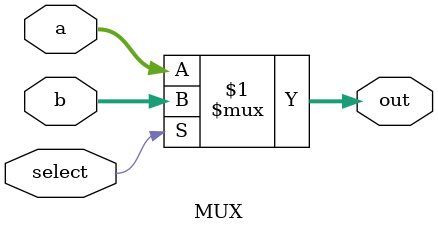
<source format=v>
module MUX(select, a, b, out);
	parameter n = 64;
parameter delay = 10;
input select;
input [n-1:0] a,b;
output [n-1:0] out;
assign #delay  out = select ? b : a;
always @(*)
$display ("\nMUX: \nA = %b \nB = %b\nSelect = %b\nOut = %b\n", a,b, select,out);
endmodule

</source>
